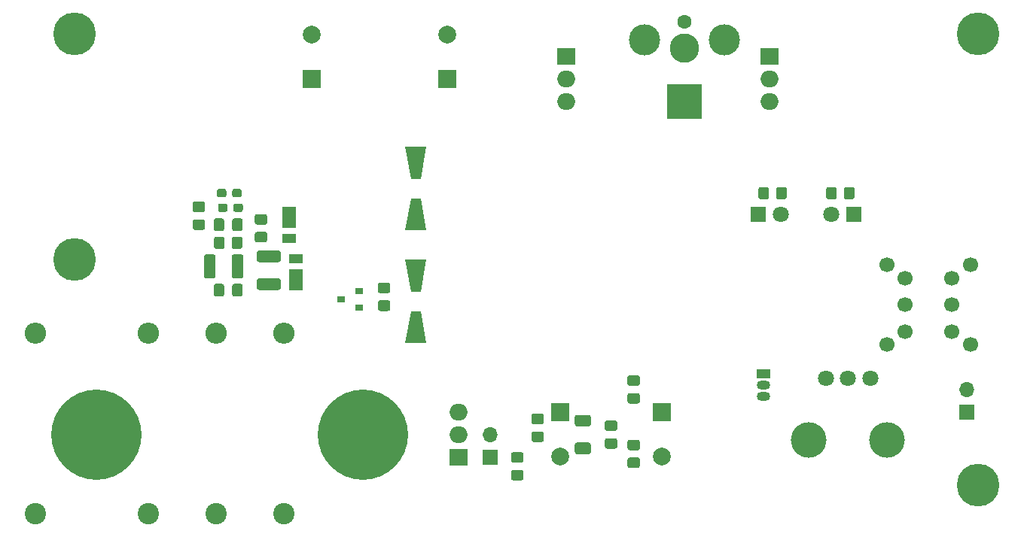
<source format=gbr>
%TF.GenerationSoftware,KiCad,Pcbnew,(5.1.9)-1*%
%TF.CreationDate,2022-12-04T20:34:53-06:00*%
%TF.ProjectId,Battery_Charger_V1,42617474-6572-4795-9f43-686172676572,rev?*%
%TF.SameCoordinates,Original*%
%TF.FileFunction,Soldermask,Bot*%
%TF.FilePolarity,Negative*%
%FSLAX46Y46*%
G04 Gerber Fmt 4.6, Leading zero omitted, Abs format (unit mm)*
G04 Created by KiCad (PCBNEW (5.1.9)-1) date 2022-12-04 20:34:53*
%MOMM*%
%LPD*%
G01*
G04 APERTURE LIST*
%ADD10C,1.700000*%
%ADD11C,2.000000*%
%ADD12R,2.000000X2.000000*%
%ADD13C,10.160000*%
%ADD14R,1.800000X1.800000*%
%ADD15C,1.800000*%
%ADD16R,1.500000X1.050000*%
%ADD17R,1.500000X2.400000*%
%ADD18C,0.100000*%
%ADD19R,0.900000X0.800000*%
%ADD20R,4.000000X4.000000*%
%ADD21C,3.300000*%
%ADD22C,3.500000*%
%ADD23C,1.600000*%
%ADD24R,1.700000X1.700000*%
%ADD25O,1.700000X1.700000*%
%ADD26C,4.800000*%
%ADD27R,2.000000X1.905000*%
%ADD28O,2.000000X1.905000*%
%ADD29O,1.500000X1.050000*%
%ADD30C,4.000000*%
%ADD31C,2.400000*%
%ADD32O,2.400000X2.400000*%
G04 APERTURE END LIST*
D10*
%TO.C,SW1*%
X198502000Y-103577000D03*
X198502000Y-112577000D03*
X189102000Y-103577000D03*
X189102000Y-112577000D03*
X196452000Y-105077000D03*
X196452000Y-108077000D03*
X196452000Y-111077000D03*
X191152000Y-105077000D03*
X191152000Y-108077000D03*
X191152000Y-111077000D03*
%TD*%
D11*
%TO.C,C23*%
X124460000Y-77677000D03*
D12*
X124460000Y-82677000D03*
%TD*%
D13*
%TO.C,BT1*%
X130175000Y-122682000D03*
X100205000Y-122682000D03*
%TD*%
%TO.C,C1*%
G36*
G01*
X116716000Y-96917500D02*
X116716000Y-97392500D01*
G75*
G02*
X116478500Y-97630000I-237500J0D01*
G01*
X115878500Y-97630000D01*
G75*
G02*
X115641000Y-97392500I0J237500D01*
G01*
X115641000Y-96917500D01*
G75*
G02*
X115878500Y-96680000I237500J0D01*
G01*
X116478500Y-96680000D01*
G75*
G02*
X116716000Y-96917500I0J-237500D01*
G01*
G37*
G36*
G01*
X114991000Y-96917500D02*
X114991000Y-97392500D01*
G75*
G02*
X114753500Y-97630000I-237500J0D01*
G01*
X114153500Y-97630000D01*
G75*
G02*
X113916000Y-97392500I0J237500D01*
G01*
X113916000Y-96917500D01*
G75*
G02*
X114153500Y-96680000I237500J0D01*
G01*
X114753500Y-96680000D01*
G75*
G02*
X114991000Y-96917500I0J-237500D01*
G01*
G37*
%TD*%
%TO.C,C2*%
G36*
G01*
X116589000Y-95266500D02*
X116589000Y-95741500D01*
G75*
G02*
X116351500Y-95979000I-237500J0D01*
G01*
X115751500Y-95979000D01*
G75*
G02*
X115514000Y-95741500I0J237500D01*
G01*
X115514000Y-95266500D01*
G75*
G02*
X115751500Y-95029000I237500J0D01*
G01*
X116351500Y-95029000D01*
G75*
G02*
X116589000Y-95266500I0J-237500D01*
G01*
G37*
G36*
G01*
X114864000Y-95266500D02*
X114864000Y-95741500D01*
G75*
G02*
X114626500Y-95979000I-237500J0D01*
G01*
X114026500Y-95979000D01*
G75*
G02*
X113789000Y-95741500I0J237500D01*
G01*
X113789000Y-95266500D01*
G75*
G02*
X114026500Y-95029000I237500J0D01*
G01*
X114626500Y-95029000D01*
G75*
G02*
X114864000Y-95266500I0J-237500D01*
G01*
G37*
%TD*%
%TO.C,C4*%
G36*
G01*
X116687000Y-105951000D02*
X116687000Y-106901000D01*
G75*
G02*
X116437000Y-107151000I-250000J0D01*
G01*
X115762000Y-107151000D01*
G75*
G02*
X115512000Y-106901000I0J250000D01*
G01*
X115512000Y-105951000D01*
G75*
G02*
X115762000Y-105701000I250000J0D01*
G01*
X116437000Y-105701000D01*
G75*
G02*
X116687000Y-105951000I0J-250000D01*
G01*
G37*
G36*
G01*
X114612000Y-105951000D02*
X114612000Y-106901000D01*
G75*
G02*
X114362000Y-107151000I-250000J0D01*
G01*
X113687000Y-107151000D01*
G75*
G02*
X113437000Y-106901000I0J250000D01*
G01*
X113437000Y-105951000D01*
G75*
G02*
X113687000Y-105701000I250000J0D01*
G01*
X114362000Y-105701000D01*
G75*
G02*
X114612000Y-105951000I0J-250000D01*
G01*
G37*
%TD*%
%TO.C,C8*%
G36*
G01*
X116687000Y-98585000D02*
X116687000Y-99535000D01*
G75*
G02*
X116437000Y-99785000I-250000J0D01*
G01*
X115762000Y-99785000D01*
G75*
G02*
X115512000Y-99535000I0J250000D01*
G01*
X115512000Y-98585000D01*
G75*
G02*
X115762000Y-98335000I250000J0D01*
G01*
X116437000Y-98335000D01*
G75*
G02*
X116687000Y-98585000I0J-250000D01*
G01*
G37*
G36*
G01*
X114612000Y-98585000D02*
X114612000Y-99535000D01*
G75*
G02*
X114362000Y-99785000I-250000J0D01*
G01*
X113687000Y-99785000D01*
G75*
G02*
X113437000Y-99535000I0J250000D01*
G01*
X113437000Y-98585000D01*
G75*
G02*
X113687000Y-98335000I250000J0D01*
G01*
X114362000Y-98335000D01*
G75*
G02*
X114612000Y-98585000I0J-250000D01*
G01*
G37*
%TD*%
%TO.C,C16*%
G36*
G01*
X154289998Y-120457000D02*
X155590002Y-120457000D01*
G75*
G02*
X155840000Y-120706998I0J-249998D01*
G01*
X155840000Y-121532002D01*
G75*
G02*
X155590002Y-121782000I-249998J0D01*
G01*
X154289998Y-121782000D01*
G75*
G02*
X154040000Y-121532002I0J249998D01*
G01*
X154040000Y-120706998D01*
G75*
G02*
X154289998Y-120457000I249998J0D01*
G01*
G37*
G36*
G01*
X154289998Y-123582000D02*
X155590002Y-123582000D01*
G75*
G02*
X155840000Y-123831998I0J-249998D01*
G01*
X155840000Y-124657002D01*
G75*
G02*
X155590002Y-124907000I-249998J0D01*
G01*
X154289998Y-124907000D01*
G75*
G02*
X154040000Y-124657002I0J249998D01*
G01*
X154040000Y-123831998D01*
G75*
G02*
X154289998Y-123582000I249998J0D01*
G01*
G37*
%TD*%
%TO.C,C20*%
G36*
G01*
X115454000Y-104859002D02*
X115454000Y-102658998D01*
G75*
G02*
X115703998Y-102409000I249998J0D01*
G01*
X116529002Y-102409000D01*
G75*
G02*
X116779000Y-102658998I0J-249998D01*
G01*
X116779000Y-104859002D01*
G75*
G02*
X116529002Y-105109000I-249998J0D01*
G01*
X115703998Y-105109000D01*
G75*
G02*
X115454000Y-104859002I0J249998D01*
G01*
G37*
G36*
G01*
X112329000Y-104859002D02*
X112329000Y-102658998D01*
G75*
G02*
X112578998Y-102409000I249998J0D01*
G01*
X113404002Y-102409000D01*
G75*
G02*
X113654000Y-102658998I0J-249998D01*
G01*
X113654000Y-104859002D01*
G75*
G02*
X113404002Y-105109000I-249998J0D01*
G01*
X112578998Y-105109000D01*
G75*
G02*
X112329000Y-104859002I0J249998D01*
G01*
G37*
%TD*%
%TO.C,C21*%
G36*
G01*
X118533998Y-101953500D02*
X120734002Y-101953500D01*
G75*
G02*
X120984000Y-102203498I0J-249998D01*
G01*
X120984000Y-103028502D01*
G75*
G02*
X120734002Y-103278500I-249998J0D01*
G01*
X118533998Y-103278500D01*
G75*
G02*
X118284000Y-103028502I0J249998D01*
G01*
X118284000Y-102203498D01*
G75*
G02*
X118533998Y-101953500I249998J0D01*
G01*
G37*
G36*
G01*
X118533998Y-105078500D02*
X120734002Y-105078500D01*
G75*
G02*
X120984000Y-105328498I0J-249998D01*
G01*
X120984000Y-106153502D01*
G75*
G02*
X120734002Y-106403500I-249998J0D01*
G01*
X118533998Y-106403500D01*
G75*
G02*
X118284000Y-106153502I0J249998D01*
G01*
X118284000Y-105328498D01*
G75*
G02*
X118533998Y-105078500I249998J0D01*
G01*
G37*
%TD*%
D12*
%TO.C,C22*%
X139700000Y-82677000D03*
D11*
X139700000Y-77677000D03*
%TD*%
%TO.C,C24*%
X163830000Y-125142000D03*
D12*
X163830000Y-120142000D03*
%TD*%
%TO.C,C25*%
X152400000Y-120142000D03*
D11*
X152400000Y-125142000D03*
%TD*%
D14*
%TO.C,D1*%
X174625000Y-97917000D03*
D15*
X177165000Y-97917000D03*
%TD*%
%TO.C,D2*%
X182880000Y-97917000D03*
D14*
X185420000Y-97917000D03*
%TD*%
D16*
%TO.C,D3*%
X121920000Y-100585000D03*
D17*
X121920000Y-98210000D03*
%TD*%
%TO.C,D4*%
X122682000Y-105244000D03*
D16*
X122682000Y-102869000D03*
%TD*%
D18*
%TO.C,D5*%
G36*
X134994000Y-90296000D02*
G01*
X137294000Y-90296000D01*
X136694000Y-93896000D01*
X135594000Y-93896000D01*
X134994000Y-90296000D01*
G37*
G36*
X137294000Y-99696000D02*
G01*
X134994000Y-99696000D01*
X135594000Y-96096000D01*
X136694000Y-96096000D01*
X137294000Y-99696000D01*
G37*
%TD*%
%TO.C,D7*%
G36*
X137294000Y-112396000D02*
G01*
X134994000Y-112396000D01*
X135594000Y-108796000D01*
X136694000Y-108796000D01*
X137294000Y-112396000D01*
G37*
G36*
X134994000Y-102996000D02*
G01*
X137294000Y-102996000D01*
X136694000Y-106596000D01*
X135594000Y-106596000D01*
X134994000Y-102996000D01*
G37*
%TD*%
D19*
%TO.C,D9*%
X129778000Y-106492000D03*
X129778000Y-108392000D03*
X127778000Y-107442000D03*
%TD*%
D20*
%TO.C,J1*%
X166370000Y-85217000D03*
D21*
X166370000Y-79217000D03*
D22*
X170870000Y-78217000D03*
X161870000Y-78217000D03*
D23*
X166370000Y-76217000D03*
%TD*%
D24*
%TO.C,J2*%
X144526000Y-125222000D03*
D25*
X144526000Y-122682000D03*
%TD*%
D26*
%TO.C,J3*%
X199390000Y-77597000D03*
%TD*%
%TO.C,J4*%
X199390000Y-128397000D03*
%TD*%
%TO.C,J5*%
X97790000Y-77597000D03*
%TD*%
%TO.C,J6*%
X97790000Y-102997000D03*
%TD*%
D27*
%TO.C,Q1*%
X153035000Y-80137000D03*
D28*
X153035000Y-82677000D03*
X153035000Y-85217000D03*
%TD*%
D27*
%TO.C,Q2*%
X140970000Y-125222000D03*
D28*
X140970000Y-122682000D03*
X140970000Y-120142000D03*
%TD*%
D29*
%TO.C,Q7*%
X175260000Y-117094000D03*
X175260000Y-118364000D03*
D16*
X175260000Y-115824000D03*
%TD*%
%TO.C,R7*%
G36*
G01*
X133038001Y-106772000D02*
X132137999Y-106772000D01*
G75*
G02*
X131888000Y-106522001I0J249999D01*
G01*
X131888000Y-105821999D01*
G75*
G02*
X132137999Y-105572000I249999J0D01*
G01*
X133038001Y-105572000D01*
G75*
G02*
X133288000Y-105821999I0J-249999D01*
G01*
X133288000Y-106522001D01*
G75*
G02*
X133038001Y-106772000I-249999J0D01*
G01*
G37*
G36*
G01*
X133038001Y-108772000D02*
X132137999Y-108772000D01*
G75*
G02*
X131888000Y-108522001I0J249999D01*
G01*
X131888000Y-107821999D01*
G75*
G02*
X132137999Y-107572000I249999J0D01*
G01*
X133038001Y-107572000D01*
G75*
G02*
X133288000Y-107821999I0J-249999D01*
G01*
X133288000Y-108522001D01*
G75*
G02*
X133038001Y-108772000I-249999J0D01*
G01*
G37*
%TD*%
%TO.C,R16*%
G36*
G01*
X160204999Y-118002000D02*
X161105001Y-118002000D01*
G75*
G02*
X161355000Y-118251999I0J-249999D01*
G01*
X161355000Y-118952001D01*
G75*
G02*
X161105001Y-119202000I-249999J0D01*
G01*
X160204999Y-119202000D01*
G75*
G02*
X159955000Y-118952001I0J249999D01*
G01*
X159955000Y-118251999D01*
G75*
G02*
X160204999Y-118002000I249999J0D01*
G01*
G37*
G36*
G01*
X160204999Y-116002000D02*
X161105001Y-116002000D01*
G75*
G02*
X161355000Y-116251999I0J-249999D01*
G01*
X161355000Y-116952001D01*
G75*
G02*
X161105001Y-117202000I-249999J0D01*
G01*
X160204999Y-117202000D01*
G75*
G02*
X159955000Y-116952001I0J249999D01*
G01*
X159955000Y-116251999D01*
G75*
G02*
X160204999Y-116002000I249999J0D01*
G01*
G37*
%TD*%
%TO.C,R17*%
G36*
G01*
X175876000Y-95053999D02*
X175876000Y-95954001D01*
G75*
G02*
X175626001Y-96204000I-249999J0D01*
G01*
X174925999Y-96204000D01*
G75*
G02*
X174676000Y-95954001I0J249999D01*
G01*
X174676000Y-95053999D01*
G75*
G02*
X174925999Y-94804000I249999J0D01*
G01*
X175626001Y-94804000D01*
G75*
G02*
X175876000Y-95053999I0J-249999D01*
G01*
G37*
G36*
G01*
X177876000Y-95053999D02*
X177876000Y-95954001D01*
G75*
G02*
X177626001Y-96204000I-249999J0D01*
G01*
X176925999Y-96204000D01*
G75*
G02*
X176676000Y-95954001I0J249999D01*
G01*
X176676000Y-95053999D01*
G75*
G02*
X176925999Y-94804000I249999J0D01*
G01*
X177626001Y-94804000D01*
G75*
G02*
X177876000Y-95053999I0J-249999D01*
G01*
G37*
%TD*%
%TO.C,R18*%
G36*
G01*
X182296000Y-95954001D02*
X182296000Y-95053999D01*
G75*
G02*
X182545999Y-94804000I249999J0D01*
G01*
X183246001Y-94804000D01*
G75*
G02*
X183496000Y-95053999I0J-249999D01*
G01*
X183496000Y-95954001D01*
G75*
G02*
X183246001Y-96204000I-249999J0D01*
G01*
X182545999Y-96204000D01*
G75*
G02*
X182296000Y-95954001I0J249999D01*
G01*
G37*
G36*
G01*
X184296000Y-95954001D02*
X184296000Y-95053999D01*
G75*
G02*
X184545999Y-94804000I249999J0D01*
G01*
X185246001Y-94804000D01*
G75*
G02*
X185496000Y-95053999I0J-249999D01*
G01*
X185496000Y-95954001D01*
G75*
G02*
X185246001Y-96204000I-249999J0D01*
G01*
X184545999Y-96204000D01*
G75*
G02*
X184296000Y-95954001I0J249999D01*
G01*
G37*
%TD*%
%TO.C,R19*%
G36*
G01*
X112210001Y-99644000D02*
X111309999Y-99644000D01*
G75*
G02*
X111060000Y-99394001I0J249999D01*
G01*
X111060000Y-98693999D01*
G75*
G02*
X111309999Y-98444000I249999J0D01*
G01*
X112210001Y-98444000D01*
G75*
G02*
X112460000Y-98693999I0J-249999D01*
G01*
X112460000Y-99394001D01*
G75*
G02*
X112210001Y-99644000I-249999J0D01*
G01*
G37*
G36*
G01*
X112210001Y-97644000D02*
X111309999Y-97644000D01*
G75*
G02*
X111060000Y-97394001I0J249999D01*
G01*
X111060000Y-96693999D01*
G75*
G02*
X111309999Y-96444000I249999J0D01*
G01*
X112210001Y-96444000D01*
G75*
G02*
X112460000Y-96693999I0J-249999D01*
G01*
X112460000Y-97394001D01*
G75*
G02*
X112210001Y-97644000I-249999J0D01*
G01*
G37*
%TD*%
%TO.C,R28*%
G36*
G01*
X147123999Y-126654000D02*
X148024001Y-126654000D01*
G75*
G02*
X148274000Y-126903999I0J-249999D01*
G01*
X148274000Y-127604001D01*
G75*
G02*
X148024001Y-127854000I-249999J0D01*
G01*
X147123999Y-127854000D01*
G75*
G02*
X146874000Y-127604001I0J249999D01*
G01*
X146874000Y-126903999D01*
G75*
G02*
X147123999Y-126654000I249999J0D01*
G01*
G37*
G36*
G01*
X147123999Y-124654000D02*
X148024001Y-124654000D01*
G75*
G02*
X148274000Y-124903999I0J-249999D01*
G01*
X148274000Y-125604001D01*
G75*
G02*
X148024001Y-125854000I-249999J0D01*
G01*
X147123999Y-125854000D01*
G75*
G02*
X146874000Y-125604001I0J249999D01*
G01*
X146874000Y-124903999D01*
G75*
G02*
X147123999Y-124654000I249999J0D01*
G01*
G37*
%TD*%
%TO.C,R32*%
G36*
G01*
X118294999Y-99857000D02*
X119195001Y-99857000D01*
G75*
G02*
X119445000Y-100106999I0J-249999D01*
G01*
X119445000Y-100807001D01*
G75*
G02*
X119195001Y-101057000I-249999J0D01*
G01*
X118294999Y-101057000D01*
G75*
G02*
X118045000Y-100807001I0J249999D01*
G01*
X118045000Y-100106999D01*
G75*
G02*
X118294999Y-99857000I249999J0D01*
G01*
G37*
G36*
G01*
X118294999Y-97857000D02*
X119195001Y-97857000D01*
G75*
G02*
X119445000Y-98106999I0J-249999D01*
G01*
X119445000Y-98807001D01*
G75*
G02*
X119195001Y-99057000I-249999J0D01*
G01*
X118294999Y-99057000D01*
G75*
G02*
X118045000Y-98807001I0J249999D01*
G01*
X118045000Y-98106999D01*
G75*
G02*
X118294999Y-97857000I249999J0D01*
G01*
G37*
%TD*%
%TO.C,R33*%
G36*
G01*
X160204999Y-123257000D02*
X161105001Y-123257000D01*
G75*
G02*
X161355000Y-123506999I0J-249999D01*
G01*
X161355000Y-124207001D01*
G75*
G02*
X161105001Y-124457000I-249999J0D01*
G01*
X160204999Y-124457000D01*
G75*
G02*
X159955000Y-124207001I0J249999D01*
G01*
X159955000Y-123506999D01*
G75*
G02*
X160204999Y-123257000I249999J0D01*
G01*
G37*
G36*
G01*
X160204999Y-125257000D02*
X161105001Y-125257000D01*
G75*
G02*
X161355000Y-125506999I0J-249999D01*
G01*
X161355000Y-126207001D01*
G75*
G02*
X161105001Y-126457000I-249999J0D01*
G01*
X160204999Y-126457000D01*
G75*
G02*
X159955000Y-126207001I0J249999D01*
G01*
X159955000Y-125506999D01*
G75*
G02*
X160204999Y-125257000I249999J0D01*
G01*
G37*
%TD*%
%TO.C,R34*%
G36*
G01*
X113462000Y-101542001D02*
X113462000Y-100641999D01*
G75*
G02*
X113711999Y-100392000I249999J0D01*
G01*
X114412001Y-100392000D01*
G75*
G02*
X114662000Y-100641999I0J-249999D01*
G01*
X114662000Y-101542001D01*
G75*
G02*
X114412001Y-101792000I-249999J0D01*
G01*
X113711999Y-101792000D01*
G75*
G02*
X113462000Y-101542001I0J249999D01*
G01*
G37*
G36*
G01*
X115462000Y-101542001D02*
X115462000Y-100641999D01*
G75*
G02*
X115711999Y-100392000I249999J0D01*
G01*
X116412001Y-100392000D01*
G75*
G02*
X116662000Y-100641999I0J-249999D01*
G01*
X116662000Y-101542001D01*
G75*
G02*
X116412001Y-101792000I-249999J0D01*
G01*
X115711999Y-101792000D01*
G75*
G02*
X115462000Y-101542001I0J249999D01*
G01*
G37*
%TD*%
%TO.C,R35*%
G36*
G01*
X150310001Y-123520000D02*
X149409999Y-123520000D01*
G75*
G02*
X149160000Y-123270001I0J249999D01*
G01*
X149160000Y-122569999D01*
G75*
G02*
X149409999Y-122320000I249999J0D01*
G01*
X150310001Y-122320000D01*
G75*
G02*
X150560000Y-122569999I0J-249999D01*
G01*
X150560000Y-123270001D01*
G75*
G02*
X150310001Y-123520000I-249999J0D01*
G01*
G37*
G36*
G01*
X150310001Y-121520000D02*
X149409999Y-121520000D01*
G75*
G02*
X149160000Y-121270001I0J249999D01*
G01*
X149160000Y-120569999D01*
G75*
G02*
X149409999Y-120320000I249999J0D01*
G01*
X150310001Y-120320000D01*
G75*
G02*
X150560000Y-120569999I0J-249999D01*
G01*
X150560000Y-121270001D01*
G75*
G02*
X150310001Y-121520000I-249999J0D01*
G01*
G37*
%TD*%
%TO.C,R36*%
G36*
G01*
X157664999Y-123082000D02*
X158565001Y-123082000D01*
G75*
G02*
X158815000Y-123331999I0J-249999D01*
G01*
X158815000Y-124032001D01*
G75*
G02*
X158565001Y-124282000I-249999J0D01*
G01*
X157664999Y-124282000D01*
G75*
G02*
X157415000Y-124032001I0J249999D01*
G01*
X157415000Y-123331999D01*
G75*
G02*
X157664999Y-123082000I249999J0D01*
G01*
G37*
G36*
G01*
X157664999Y-121082000D02*
X158565001Y-121082000D01*
G75*
G02*
X158815000Y-121331999I0J-249999D01*
G01*
X158815000Y-122032001D01*
G75*
G02*
X158565001Y-122282000I-249999J0D01*
G01*
X157664999Y-122282000D01*
G75*
G02*
X157415000Y-122032001I0J249999D01*
G01*
X157415000Y-121331999D01*
G75*
G02*
X157664999Y-121082000I249999J0D01*
G01*
G37*
%TD*%
D15*
%TO.C,RV1*%
X187245000Y-116332000D03*
X184745000Y-116332000D03*
X182245000Y-116332000D03*
D30*
X189145000Y-123332000D03*
X180345000Y-123332000D03*
%TD*%
D25*
%TO.C,TH1*%
X198120000Y-117602000D03*
D24*
X198120000Y-120142000D03*
%TD*%
D28*
%TO.C,U1*%
X175895000Y-85217000D03*
X175895000Y-82677000D03*
D27*
X175895000Y-80137000D03*
%TD*%
D31*
%TO.C,R3*%
X121285000Y-131572000D03*
D32*
X121285000Y-111252000D03*
%TD*%
D31*
%TO.C,R4*%
X113665000Y-131572000D03*
D32*
X113665000Y-111252000D03*
%TD*%
%TO.C,R5*%
X106045000Y-111252000D03*
D31*
X106045000Y-131572000D03*
%TD*%
D32*
%TO.C,R6*%
X93345000Y-111252000D03*
D31*
X93345000Y-131572000D03*
%TD*%
M02*

</source>
